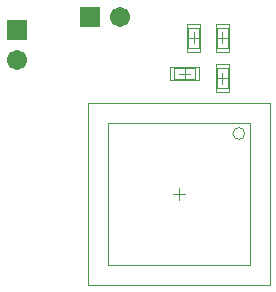
<source format=gbs>
G04 Layer_Color=16711935*
%FSLAX25Y25*%
%MOIN*%
G70*
G01*
G75*
%ADD16C,0.00394*%
%ADD17C,0.00197*%
%ADD28C,0.06706*%
%ADD29R,0.06706X0.06706*%
%ADD30R,0.06706X0.06706*%
D16*
X191547Y89531D02*
G03*
X191547Y89531I-1969J0D01*
G01*
X176370Y118106D02*
Y124799D01*
X172630Y118106D02*
Y124799D01*
X176370D01*
X172630Y118106D02*
X176370D01*
X145878Y45831D02*
Y93075D01*
X193122Y45831D02*
Y93075D01*
X145878Y45831D02*
X193122D01*
X145878Y93075D02*
X193122D01*
X168055Y107583D02*
X174945D01*
X168055Y111323D02*
X174945D01*
Y107583D02*
Y111323D01*
X168055Y107583D02*
Y111323D01*
X182130Y118106D02*
Y124799D01*
X185870Y118106D02*
Y124799D01*
X182130Y118106D02*
X185870D01*
X182130Y124799D02*
X185870D01*
X185870Y104606D02*
Y111299D01*
X182130Y104606D02*
Y111299D01*
X185870D01*
X182130Y104606D02*
X185870D01*
X172630Y121453D02*
X176370D01*
X174500Y119583D02*
Y123323D01*
X176665Y116728D02*
Y126177D01*
X172335Y116728D02*
Y126177D01*
X176665D01*
X172335Y116728D02*
X176665D01*
X167532Y69453D02*
X171469D01*
X169500Y67484D02*
Y71421D01*
X171500Y107583D02*
Y111323D01*
X169630Y109453D02*
X173370D01*
X166776Y107287D02*
X176225D01*
X166776Y111618D02*
X176225D01*
Y107287D02*
Y111618D01*
X166776Y107287D02*
Y111618D01*
X182130Y121453D02*
X185870D01*
X184000Y119583D02*
Y123323D01*
X181835Y116728D02*
Y126177D01*
X186165Y116728D02*
Y126177D01*
X181835Y116728D02*
X186165D01*
X181835Y126177D02*
X186165D01*
X182130Y107953D02*
X185870D01*
X184000Y106083D02*
Y109823D01*
X186165Y103228D02*
Y112677D01*
X181835Y103228D02*
Y112677D01*
X186165D01*
X181835Y103228D02*
X186165D01*
D17*
X139185Y39138D02*
Y99768D01*
X199815Y39138D02*
Y99768D01*
X139185Y39138D02*
X199815D01*
X139185Y99768D02*
X199815D01*
D28*
X115500Y114000D02*
D03*
X150000Y128500D02*
D03*
D29*
X115500Y124000D02*
D03*
D30*
X140000Y128500D02*
D03*
M02*

</source>
